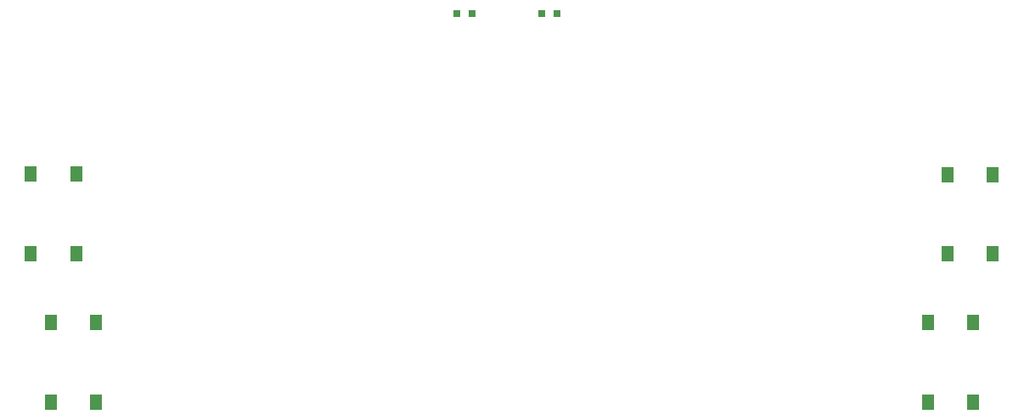
<source format=gbp>
G75*
%MOIN*%
%OFA0B0*%
%FSLAX25Y25*%
%IPPOS*%
%LPD*%
%AMOC8*
5,1,8,0,0,1.08239X$1,22.5*
%
%ADD10R,0.05118X0.06102*%
%ADD11R,0.03150X0.03150*%
D10*
X0109890Y0068325D03*
X0127606Y0068325D03*
X0127606Y0099625D03*
X0109890Y0099625D03*
X0102017Y0126543D03*
X0119734Y0126543D03*
X0119734Y0157842D03*
X0102017Y0157842D03*
X0454150Y0099636D03*
X0471866Y0099636D03*
X0479717Y0126526D03*
X0462000Y0126526D03*
X0462000Y0157825D03*
X0479717Y0157825D03*
X0471866Y0068337D03*
X0454150Y0068337D03*
D11*
X0308445Y0220908D03*
X0302539Y0220908D03*
X0275276Y0220924D03*
X0269370Y0220924D03*
M02*

</source>
